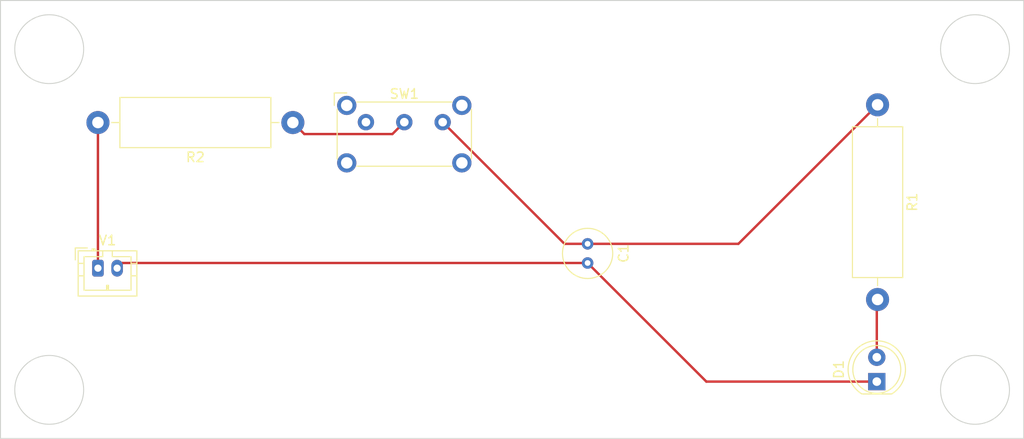
<source format=kicad_pcb>
(kicad_pcb (version 20211014) (generator pcbnew)
  (layers (0 "F.Cu" signal) (31 "B.Cu" signal) (34 "B.Paste" user) (35 "F.Paste" user) (36 "B.SilkS" user "B.Silkscreen") (37 "F.SilkS" user "F.Silkscreen") (38 "B.Mask" user) (39 "F.Mask" user) (44 "Edge.Cuts" user))
  (net 0 "")
  (net 1 "Net-(C1-Pad1)")
  (net 2 "Net-(C1-Pad2)")
  (net 3 "Net-(R2-Pad1)")
  (net 4 "Net-(R2-Pad2)")
  (net 6 "Net-(R1-Pad2)")
  (footprint "LED_THT:LED_D5.0mm" (layer "F.Cu") (at 152.320016 100.740016 90)
    (fp_text reference "D1" (at 1.27 -3.96 90) (layer "F.SilkS"))
    (fp_text value "LED")
    (fp_line (start -1.29 -1.545) (end -1.29 1.545) (layer "F.SilkS") (width 0.12))
    (fp_arc (start 4.26 -0.000462) (mid 2.072002 2.880433) (end -1.29 1.54483) (layer "F.SilkS") (width 0.12))
    (fp_arc (start -1.29 -1.54483) (mid 2.072002 -2.880433) (end 4.26 0.000462) (layer "F.SilkS") (width 0.12))
    (fp_circle (center 1.27 0) (end 3.77 0) (layer "F.SilkS") (width 0.12) (fill none))
    (pad "1" thru_hole rect (at 0 0 90) (size 1.8 1.8) (drill 0.9) (layers *.Cu *.Mask) (net 2 "Net-(C1-Pad2)"))
    (pad "2" thru_hole circle (at 2.54 0 90) (size 1.8 1.8) (drill 0.9) (layers *.Cu *.Mask) (net 6 "Net-(R1-Pad2)"))
  )
  (footprint "Capacitor_THT:C_Radial_D5.0mm_H5.0mm_P2.00mm" (layer "F.Cu") (at 122.17 86.36 -90)
    (fp_text reference "C1" (at 1 -3.75 90) (layer "F.SilkS"))
    (fp_text value "4.7uF")
    (fp_circle (center 1 0) (end 3.62 0) (layer "F.SilkS") (width 0.12) (fill none))
    (pad "1" thru_hole circle (at 0 0 270) (size 1.2 1.2) (drill 0.6) (layers *.Cu *.Mask) (net 1 "Net-(C1-Pad1)"))
    (pad "2" thru_hole circle (at 2 0 270) (size 1.2 1.2) (drill 0.6) (layers *.Cu *.Mask) (net 2 "Net-(C1-Pad2)"))
  )
  (footprint "Button_Switch_THT:SW_E-Switch_EG1224_SPDT_Angled" (layer "F.Cu") (at 99.06 73.66)
    (fp_text reference "SW1" (at 4 -2.95) (layer "F.SilkS"))
    (fp_text value "SW_SPDT")
    (fp_line (start -3.3 -3.05) (end -2 -3.05) (layer "F.SilkS") (width 0.12))
    (fp_line (start -3.3 -1.75) (end -3.3 -3.05) (layer "F.SilkS") (width 0.12))
    (fp_line (start -0.95 -2.1) (end 8.95 -2.1) (layer "F.SilkS") (width 0.12))
    (fp_line (start -3 3.85) (end -3 -1.35) (layer "F.SilkS") (width 0.12))
    (fp_line (start 11 -1.35) (end 11 3.85) (layer "F.SilkS") (width 0.12))
    (fp_line (start 8.95 4.6) (end -0.95 4.6) (layer "F.SilkS") (width 0.12))
    (pad "" thru_hole circle (at 10 -1.75) (size 2 2) (drill 1.2) (layers *.Cu *.Mask))
    (pad "" thru_hole circle (at -2 4.25) (size 2 2) (drill 1.2) (layers *.Cu *.Mask))
    (pad "" thru_hole circle (at -2 -1.75) (size 2 2) (drill 1.2) (layers *.Cu *.Mask))
    (pad "" thru_hole circle (at 10 4.25) (size 2 2) (drill 1.2) (layers *.Cu *.Mask))
    (pad "1" thru_hole circle (at 0 0) (size 1.7 1.7) (drill 0.9) (layers *.Cu *.Mask))
    (pad "2" thru_hole circle (at 4 0) (size 1.7 1.7) (drill 0.9) (layers *.Cu *.Mask) (net 3 "Net-(R2-Pad1)"))
    (pad "3" thru_hole circle (at 8 0) (size 1.7 1.7) (drill 0.9) (layers *.Cu *.Mask) (net 1 "Net-(C1-Pad1)"))
  )
  (footprint "Resistor_THT:R_Axial_DIN0516_L15.5mm_D5.0mm_P20.32mm_Horizontal" (layer "F.Cu") (at 91.44 73.7 180)
    (fp_text reference "R2" (at 10.16 -3.62) (layer "F.SilkS"))
    (fp_text value "2.2kΩ")
    (fp_line (start 1.44 0) (end 2.29 0) (layer "F.SilkS") (width 0.12))
    (fp_line (start 18.03 2.62) (end 18.03 -2.62) (layer "F.SilkS") (width 0.12))
    (fp_line (start 2.29 2.62) (end 18.03 2.62) (layer "F.SilkS") (width 0.12))
    (fp_line (start 2.29 -2.62) (end 2.29 2.62) (layer "F.SilkS") (width 0.12))
    (fp_line (start 18.88 0) (end 18.03 0) (layer "F.SilkS") (width 0.12))
    (fp_line (start 18.03 -2.62) (end 2.29 -2.62) (layer "F.SilkS") (width 0.12))
    (pad "1" thru_hole circle (at 0 0 180) (size 2.4 2.4) (drill 1.2) (layers *.Cu *.Mask) (net 3 "Net-(R2-Pad1)"))
    (pad "2" thru_hole oval (at 20.32 0 180) (size 2.4 2.4) (drill 1.2) (layers *.Cu *.Mask) (net 4 "Net-(R2-Pad2)"))
  )
  (footprint "Resistor_THT:R_Axial_DIN0516_L15.5mm_D5.0mm_P20.32mm_Horizontal" (layer "F.Cu") (at 152.4 71.85 -90)
    (fp_text reference "R1" (at 10.16 -3.62 90) (layer "F.SilkS"))
    (fp_text value "20kΩ")
    (fp_line (start 2.29 -2.62) (end 2.29 2.62) (layer "F.SilkS") (width 0.12))
    (fp_line (start 18.88 0) (end 18.03 0) (layer "F.SilkS") (width 0.12))
    (fp_line (start 1.44 0) (end 2.29 0) (layer "F.SilkS") (width 0.12))
    (fp_line (start 2.29 2.62) (end 18.03 2.62) (layer "F.SilkS") (width 0.12))
    (fp_line (start 18.03 2.62) (end 18.03 -2.62) (layer "F.SilkS") (width 0.12))
    (fp_line (start 18.03 -2.62) (end 2.29 -2.62) (layer "F.SilkS") (width 0.12))
    (pad "1" thru_hole circle (at 0 0 270) (size 2.4 2.4) (drill 1.2) (layers *.Cu *.Mask) (net 1 "Net-(C1-Pad1)"))
    (pad "2" thru_hole oval (at 20.32 0 270) (size 2.4 2.4) (drill 1.2) (layers *.Cu *.Mask) (net 6 "Net-(R1-Pad2)"))
  )
  (footprint "Connector_JST:JST_PH_B2B-PH-K_1x02_P2.00mm_Vertical" (layer "F.Cu") (at 71.12 88.9)
    (fp_text reference "V1" (at 1 -2.9) (layer "F.SilkS"))
    (fp_text value "9V")
    (fp_line (start 1.5 -1.2) (end 1.5 -1.81) (layer "F.SilkS") (width 0.12))
    (fp_line (start -1.45 2.3) (end 3.45 2.3) (layer "F.SilkS") (width 0.12))
    (fp_line (start 0.9 1.8) (end 1.1 1.8) (layer "F.SilkS") (width 0.12))
    (fp_line (start -2.36 -2.11) (end -2.36 -0.86) (layer "F.SilkS") (width 0.12))
    (fp_line (start 3.45 2.3) (end 3.45 -1.2) (layer "F.SilkS") (width 0.12))
    (fp_line (start -2.06 0.8) (end -1.45 0.8) (layer "F.SilkS") (width 0.12))
    (fp_line (start 4.06 0.8) (end 3.45 0.8) (layer "F.SilkS") (width 0.12))
    (fp_line (start -0.6 -2.01) (end -0.6 -1.81) (layer "F.SilkS") (width 0.12))
    (fp_line (start 0.5 -1.81) (end 0.5 -1.2) (layer "F.SilkS") (width 0.12))
    (fp_line (start 4.06 2.91) (end 4.06 -1.81) (layer "F.SilkS") (width 0.12))
    (fp_line (start -0.3 -1.81) (end -0.3 -2.01) (layer "F.SilkS") (width 0.12))
    (fp_line (start 0.9 2.3) (end 0.9 1.8) (layer "F.SilkS") (width 0.12))
    (fp_line (start 3.45 -1.2) (end 1.5 -1.2) (layer "F.SilkS") (width 0.12))
    (fp_line (start 4.06 -0.5) (end 3.45 -0.5) (layer "F.SilkS") (width 0.12))
    (fp_line (start 1.1 1.8) (end 1.1 2.3) (layer "F.SilkS") (width 0.12))
    (fp_line (start -1.11 -2.11) (end -2.36 -2.11) (layer "F.SilkS") (width 0.12))
    (fp_line (start 4.06 -1.81) (end -2.06 -1.81) (layer "F.SilkS") (width 0.12))
    (fp_line (start -2.06 2.91) (end 4.06 2.91) (layer "F.SilkS") (width 0.12))
    (fp_line (start -2.06 -0.5) (end -1.45 -0.5) (layer "F.SilkS") (width 0.12))
    (fp_line (start -1.45 -1.2) (end -1.45 2.3) (layer "F.SilkS") (width 0.12))
    (fp_line (start 0.5 -1.2) (end -1.45 -1.2) (layer "F.SilkS") (width 0.12))
    (fp_line (start -0.3 -1.91) (end -0.6 -1.91) (layer "F.SilkS") (width 0.12))
    (fp_line (start -0.3 -2.01) (end -0.6 -2.01) (layer "F.SilkS") (width 0.12))
    (fp_line (start 1 2.3) (end 1 1.8) (layer "F.SilkS") (width 0.12))
    (fp_line (start -2.06 -1.81) (end -2.06 2.91) (layer "F.SilkS") (width 0.12))
    (pad "1" thru_hole roundrect (at 0 0) (size 1.2 1.75) (drill 0.75) (layers *.Cu *.Mask) (roundrect_rratio 0.208333) (net 4 "Net-(R2-Pad2)"))
    (pad "2" thru_hole oval (at 2 0) (size 1.2 1.75) (drill 0.75) (layers *.Cu *.Mask) (net 2 "Net-(C1-Pad2)"))
  )
  (gr_circle (center 66.04 101.6) (end 68.58 104.14) (layer "Edge.Cuts") (width 0.1) (fill none))
  (gr_circle (center 162.56 101.6) (end 165.1 104.14) (layer "Edge.Cuts") (width 0.1) (fill none))
  (gr_circle (center 162.56 66.04) (end 165.1 68.58) (layer "Edge.Cuts") (width 0.1) (fill none))
  (gr_circle (center 66.04 66.04) (end 68.58 68.58) (layer "Edge.Cuts") (width 0.1) (fill none))
  (gr_rect (start 60.96 60.96) (end 167.64 106.68) (layer "Edge.Cuts") (width 0.1) (fill none))
  (segment (start 119.76 86.36) (end 122.17 86.36) (width 0.25) (layer "F.Cu") (net 1))
  (segment (start 137.89 86.36) (end 152.4 71.85) (width 0.25) (layer "F.Cu") (net 1))
  (segment (start 107.06 73.66) (end 119.76 86.36) (width 0.25) (layer "F.Cu") (net 1))
  (segment (start 122.17 86.36) (end 137.89 86.36) (width 0.25) (layer "F.Cu") (net 1))
  (segment (start 73.66 88.36) (end 73.12 88.9) (width 0.25) (layer "F.Cu") (net 2))
  (segment (start 134.550016 100.740016) (end 122.17 88.36) (width 0.25) (layer "F.Cu") (net 2))
  (segment (start 152.320016 100.740016) (end 134.550016 100.740016) (width 0.25) (layer "F.Cu") (net 2))
  (segment (start 122.17 88.36) (end 73.66 88.36) (width 0.25) (layer "F.Cu") (net 2))
  (segment (start 101.82 74.9) (end 103.06 73.66) (width 0.25) (layer "F.Cu") (net 3))
  (segment (start 92.64 74.9) (end 101.82 74.9) (width 0.25) (layer "F.Cu") (net 3))
  (segment (start 91.44 73.7) (end 92.64 74.9) (width 0.25) (layer "F.Cu") (net 3))
  (segment (start 71.12 73.7) (end 71.12 88.9) (width 0.25) (layer "F.Cu") (net 4))
  (segment (start 152.320016 98.200016) (end 152.320016 92.249984) (width 0.25) (layer "F.Cu") (net 6))
  (segment (start 152.320016 92.249984) (end 152.4 92.17) (width 0.25) (layer "F.Cu") (net 6))
)
</source>
